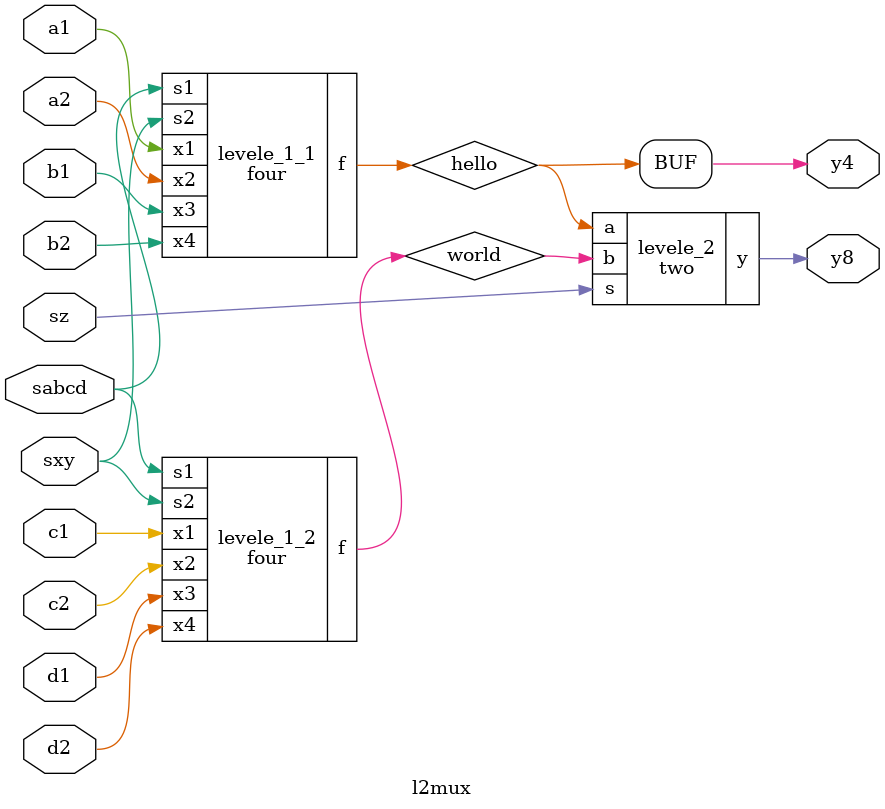
<source format=v>
`timescale 1ns / 1ps
module two(input a,input b, input s ,inout y);
assign y  = a&(~s)|(b&s);
endmodule

module four(input x1,input x2,input x3,input x4,input s1,input s2,inout f);
two level4_1_1(x1,x2,s1,alpha);
two level4_1_2(x3,x4,s1,beta);
two level4_2(alpha,beta,s2,f);
endmodule

module l2mux(
    input a1,
    input a2,
    input b1,
    input b2,
    input c1,
    input c2,
    input d1,
    input d2,
    input sabcd,
    input sxy,
    input sz,
	 output y4,
    output y8
    );
	 
	 four levele_1_1(a1,a2,b1,b2,sabcd,sxy,hello);
	 assign y4 = hello;
	 four levele_1_2(c1,c2,d1,d2,sabcd,sxy,world);
	 two levele_2(hello,world,sz,y8);
	 
	
endmodule
</source>
